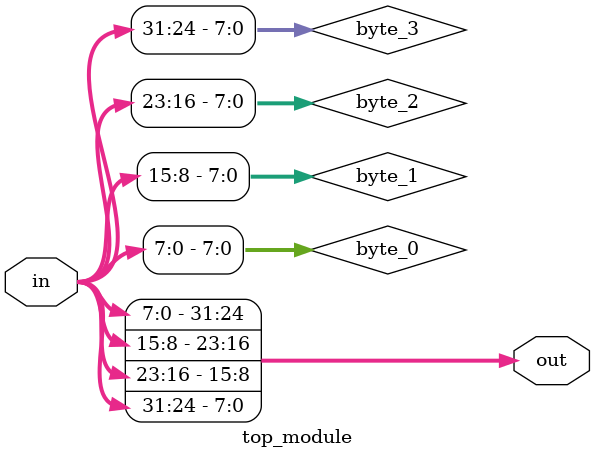
<source format=sv>
module top_module (
    input [31:0] in,
    output [31:0] out
);
	
	reg [7:0] byte_0, byte_1, byte_2, byte_3;
	
	assign byte_0 = in[7:0];
	assign byte_1 = in[15:8];
	assign byte_2 = in[23:16];
	assign byte_3 = in[31:24];
	
	assign out = {byte_0, byte_1, byte_2, byte_3};
	
endmodule

</source>
